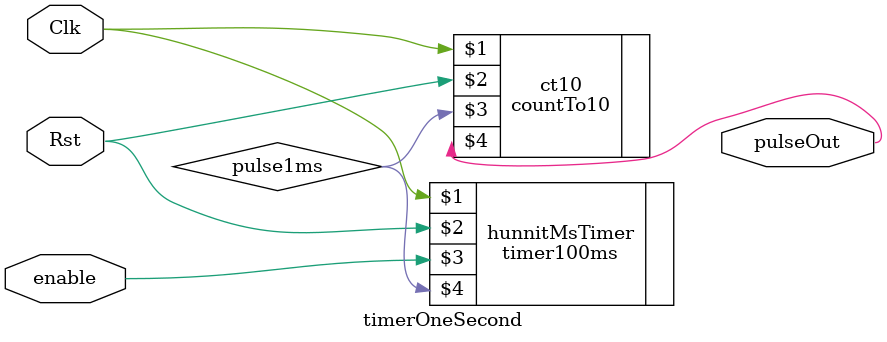
<source format=v>
module timerOneSecond(Clk, Rst, enable, pulseOut);
   input Clk, Rst, enable;
   output pulseOut;

   wire pulse1ms;

   timer100ms hunnitMsTimer(Clk, Rst, enable, pulse1ms);
   countTo10 ct10(Clk, Rst, pulse1ms, pulseOut);

endmodule

</source>
